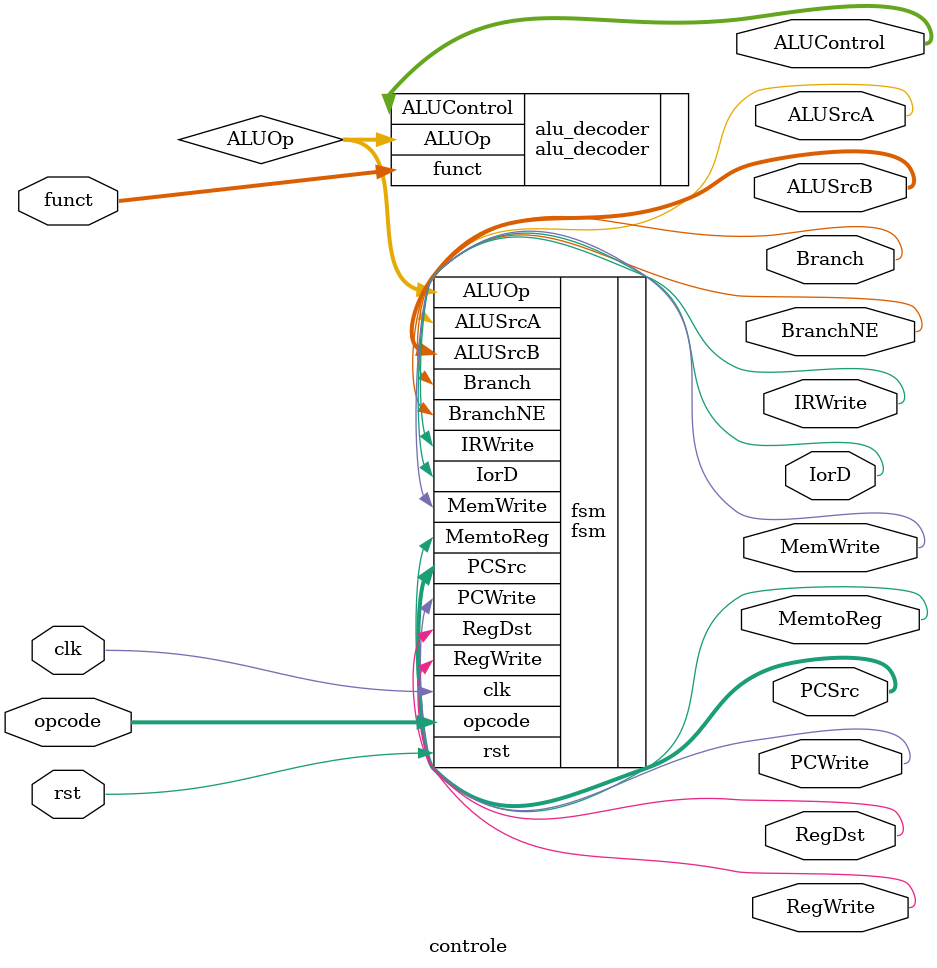
<source format=sv>
module controle(
							input clk, rst,
							input logic [5:0]opcode, funct,
							output logic MemtoReg, RegDst, IorD, ALUSrcA, IRWrite, MemWrite, PCWrite, Branch, RegWrite, BranchNE,
							output logic [1:0]PCSrc, ALUSrcB, 
							output logic [2:0]ALUControl);
							
logic [2:0]ALUOp;

fsm fsm(.clk(clk),.rst(rst),.opcode(opcode),.MemtoReg(MemtoReg),.RegDst(RegDst),.IorD(IorD),.ALUSrcA(ALUSrcA),.IRWrite(IRWrite),
.MemWrite(MemWrite),.PCWrite(PCWrite),.Branch(Branch),.RegWrite(RegWrite),.BranchNE(BranchNE),.PCSrc(PCSrc),.ALUSrcB(ALUSrcB),.ALUOp(ALUOp));

alu_decoder alu_decoder(.funct(funct),.ALUOp(ALUOp),.ALUControl(ALUControl));

endmodule

</source>
